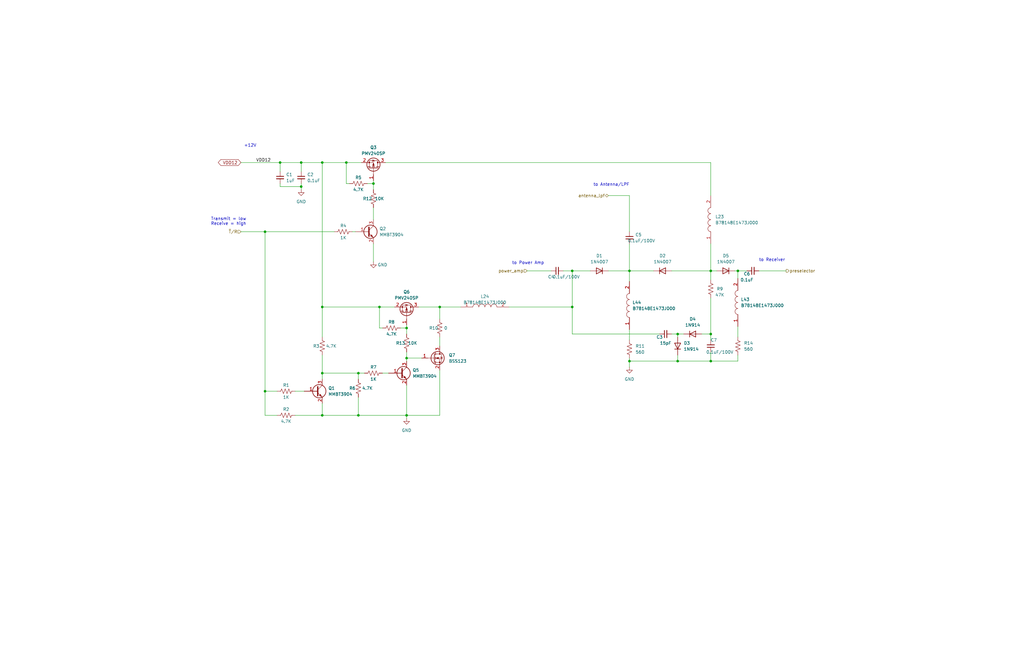
<source format=kicad_sch>
(kicad_sch (version 20230121) (generator eeschema)
  (paper "B")
  (lib_symbols
    (symbol "D_1" (pin_numbers hide) (pin_names (offset 1.016) hide)
      (property "Reference" "D" (at 0 2.54 0))
      (property "Value" "D" (at 0 -2.54 0))
      (symbol "D_1_0_1"
        (polyline (pts (xy -1.27 1.27) (xy -1.27 -1.27)) (stroke (width 0.254)))
        (polyline (pts (xy 1.27 0) (xy -1.27 0)))
        (polyline (pts (xy 1.27 1.27) (xy 1.27 -1.27) (xy -1.27 0) (xy 1.27 1.27)) (stroke (width 0.254)))
      )
      (symbol "D_1_1_1"
        (pin passive line (at -3.81 0 0) (length 2.54) (name "K") (number "1"))
        (pin passive line (at 3.81 0 180) (length 2.54) (name "A") (number "2"))
      )
    )
    (symbol "Device:C_Small" (pin_numbers hide) (pin_names (offset 0.254) hide)
      (property "Reference" "C" (at 0.254 1.778 0))
      (property "Value" "C_Small" (at 0.254 -2.032 0))
      (symbol "C_Small_0_1"
        (polyline (pts (xy -1.524 -0.508) (xy 1.524 -0.508)) (stroke (width 0.3302)))
        (polyline (pts (xy -1.524 0.508) (xy 1.524 0.508)) (stroke (width 0.3048)))
      )
      (symbol "C_Small_1_1"
        (pin passive line (at 0 2.54 270) (length 2.032) (name "~") (number "1"))
        (pin passive line (at 0 -2.54 90) (length 2.032) (name "~") (number "2"))
      )
    )
    (symbol "Device:D" (pin_numbers hide) (pin_names (offset 1.016) hide)
      (property "Reference" "D" (at 0 2.54 0))
      (property "Value" "D" (at 0 -2.54 0))
      (symbol "D_0_1"
        (polyline (pts (xy -1.27 1.27) (xy -1.27 -1.27)) (stroke (width 0.254)))
        (polyline (pts (xy 1.27 0) (xy -1.27 0)))
        (polyline (pts (xy 1.27 1.27) (xy 1.27 -1.27) (xy -1.27 0) (xy 1.27 1.27)) (stroke (width 0.254)))
      )
      (symbol "D_1_1"
        (pin passive line (at -3.81 0 0) (length 2.54) (name "K") (number "1"))
        (pin passive line (at 3.81 0 180) (length 2.54) (name "A") (number "2"))
      )
    )
    (symbol "Device:Q_NMOS_GSD" (pin_names (offset 0) hide)
      (property "Reference" "Q" (at 5.08 1.27 0))
      (property "Value" "Q_NMOS_GSD" (at 5.08 -1.27 0))
      (symbol "Q_NMOS_GSD_0_1"
        (polyline (pts (xy 0.254 0) (xy -2.54 0)))
        (polyline (pts (xy 0.254 1.905) (xy 0.254 -1.905)) (stroke (width 0.254)))
        (polyline (pts (xy 0.762 -1.27) (xy 0.762 -2.286)) (stroke (width 0.254)))
        (polyline (pts (xy 0.762 0.508) (xy 0.762 -0.508)) (stroke (width 0.254)))
        (polyline (pts (xy 0.762 2.286) (xy 0.762 1.27)) (stroke (width 0.254)))
        (polyline (pts (xy 2.54 2.54) (xy 2.54 1.778)))
        (polyline (pts (xy 2.54 -2.54) (xy 2.54 0) (xy 0.762 0)))
        (polyline (pts (xy 0.762 -1.778) (xy 3.302 -1.778) (xy 3.302 1.778) (xy 0.762 1.778)))
        (polyline (pts (xy 1.016 0) (xy 2.032 0.381) (xy 2.032 -0.381) (xy 1.016 0)) (fill (type outline)))
        (polyline (pts (xy 2.794 0.508) (xy 2.921 0.381) (xy 3.683 0.381) (xy 3.81 0.254)))
        (polyline (pts (xy 3.302 0.381) (xy 2.921 -0.254) (xy 3.683 -0.254) (xy 3.302 0.381)))
        (circle (center 1.651 0) (radius 2.794) (stroke (width 0.254)))
        (circle (center 2.54 -1.778) (radius 0.254) (fill (type outline)))
        (circle (center 2.54 1.778) (radius 0.254) (fill (type outline)))
      )
      (symbol "Q_NMOS_GSD_1_1"
        (pin input line (at -5.08 0 0) (length 2.54) (name "G") (number "1"))
        (pin passive line (at 2.54 -5.08 90) (length 2.54) (name "S") (number "2"))
        (pin passive line (at 2.54 5.08 270) (length 2.54) (name "D") (number "3"))
      )
    )
    (symbol "Device:Q_NPN_BEC" (pin_names (offset 0) hide)
      (property "Reference" "Q" (at 5.08 1.27 0))
      (property "Value" "Q_NPN_BEC" (at 5.08 -1.27 0))
      (symbol "Q_NPN_BEC_0_1"
        (polyline (pts (xy 0.635 0.635) (xy 2.54 2.54)))
        (polyline (pts (xy 0.635 -0.635) (xy 2.54 -2.54) (xy 2.54 -2.54)))
        (polyline (pts (xy 0.635 1.905) (xy 0.635 -1.905) (xy 0.635 -1.905)) (stroke (width 0.508)))
        (polyline (pts (xy 1.27 -1.778) (xy 1.778 -1.27) (xy 2.286 -2.286) (xy 1.27 -1.778) (xy 1.27 -1.778)) (fill (type outline)))
        (circle (center 1.27 0) (radius 2.8194) (stroke (width 0.254)))
      )
      (symbol "Q_NPN_BEC_1_1"
        (pin input line (at -5.08 0 0) (length 5.715) (name "B") (number "1"))
        (pin passive line (at 2.54 -5.08 90) (length 2.54) (name "E") (number "2"))
        (pin passive line (at 2.54 5.08 270) (length 2.54) (name "C") (number "3"))
      )
    )
    (symbol "Device:Q_PMOS_GSD" (pin_names (offset 0) hide)
      (property "Reference" "Q" (at 5.08 1.27 0))
      (property "Value" "Q_PMOS_GSD" (at 5.08 -1.27 0))
      (symbol "Q_PMOS_GSD_0_1"
        (polyline (pts (xy 0.254 0) (xy -2.54 0)))
        (polyline (pts (xy 0.254 1.905) (xy 0.254 -1.905)) (stroke (width 0.254)))
        (polyline (pts (xy 0.762 -1.27) (xy 0.762 -2.286)) (stroke (width 0.254)))
        (polyline (pts (xy 0.762 0.508) (xy 0.762 -0.508)) (stroke (width 0.254)))
        (polyline (pts (xy 0.762 2.286) (xy 0.762 1.27)) (stroke (width 0.254)))
        (polyline (pts (xy 2.54 2.54) (xy 2.54 1.778)))
        (polyline (pts (xy 2.54 -2.54) (xy 2.54 0) (xy 0.762 0)))
        (polyline (pts (xy 0.762 1.778) (xy 3.302 1.778) (xy 3.302 -1.778) (xy 0.762 -1.778)))
        (polyline (pts (xy 2.286 0) (xy 1.27 0.381) (xy 1.27 -0.381) (xy 2.286 0)) (fill (type outline)))
        (polyline (pts (xy 2.794 -0.508) (xy 2.921 -0.381) (xy 3.683 -0.381) (xy 3.81 -0.254)))
        (polyline (pts (xy 3.302 -0.381) (xy 2.921 0.254) (xy 3.683 0.254) (xy 3.302 -0.381)))
        (circle (center 1.651 0) (radius 2.794) (stroke (width 0.254)))
        (circle (center 2.54 -1.778) (radius 0.254) (fill (type outline)))
        (circle (center 2.54 1.778) (radius 0.254) (fill (type outline)))
      )
      (symbol "Q_PMOS_GSD_1_1"
        (pin input line (at -5.08 0 0) (length 2.54) (name "G") (number "1"))
        (pin passive line (at 2.54 -5.08 90) (length 2.54) (name "S") (number "2"))
        (pin passive line (at 2.54 5.08 270) (length 2.54) (name "D") (number "3"))
      )
    )
    (symbol "Device:R_US" (pin_numbers hide) (pin_names (offset 0))
      (property "Reference" "R" (at 2.54 0 90))
      (property "Value" "R_US" (at -2.54 0 90))
      (symbol "R_US_0_1"
        (polyline (pts (xy 0 -2.286) (xy 0 -2.54)))
        (polyline (pts (xy 0 2.286) (xy 0 2.54)))
        (polyline (pts (xy 0 -0.762) (xy 1.016 -1.143) (xy 0 -1.524) (xy -1.016 -1.905) (xy 0 -2.286)))
        (polyline (pts (xy 0 0.762) (xy 1.016 0.381) (xy 0 0) (xy -1.016 -0.381) (xy 0 -0.762)))
        (polyline (pts (xy 0 2.286) (xy 1.016 1.905) (xy 0 1.524) (xy -1.016 1.143) (xy 0 0.762)))
      )
      (symbol "R_US_1_1"
        (pin passive line (at 0 3.81 270) (length 1.27) (name "~") (number "1"))
        (pin passive line (at 0 -3.81 90) (length 1.27) (name "~") (number "2"))
      )
    )
    (symbol "SamacSys_Parts:B78148E1473J000" (pin_names (offset 0.762))
      (property "Reference" "L" (at 16.51 6.35 0))
      (property "Value" "B78148E1473J000" (at 16.51 3.81 0))
      (symbol "B78148E1473J000_0_0"
        (pin passive line (at 0 0 0) (length 5.08) (name "~") (number "1"))
        (pin passive line (at 20.32 0 180) (length 5.08) (name "~") (number "2"))
      )
      (symbol "B78148E1473J000_0_1"
        (arc (start 7.62 0) (mid 6.35 1.2202) (end 5.08 0) (stroke (width 0.1524)))
        (arc (start 10.16 0) (mid 8.89 1.2202) (end 7.62 0) (stroke (width 0.1524)))
        (arc (start 12.7 0) (mid 11.43 1.2202) (end 10.16 0) (stroke (width 0.1524)))
        (arc (start 15.24 0) (mid 13.97 1.2202) (end 12.7 0) (stroke (width 0.1524)))
      )
    )
    (symbol "power:GND" (power) (pin_names (offset 0))
      (property "Value" "GND" (at 0 -3.81 0))
      (symbol "GND_0_1"
        (polyline (pts (xy 0 0) (xy 0 -1.27) (xy 1.27 -1.27) (xy 0 -2.54) (xy -1.27 -1.27) (xy 0 -1.27)))
      )
      (symbol "GND_1_1"
        (pin power_in line (at 0 0 270) (length 0) hide (name "GND") (number "1"))
      )
    )
  )
  (junction (at 151.13 157.48))
  (junction (at 185.42 129.54))
  (junction (at 118.11 68.58))
  (junction (at 171.45 151.13))
  (junction (at 299.72 114.3))
  (junction (at 285.75 152.4))
  (junction (at 151.13 175.26))
  (junction (at 265.43 152.4))
  (junction (at 127 68.58))
  (junction (at 157.48 77.47))
  (junction (at 299.72 140.97))
  (junction (at 160.02 129.54))
  (junction (at 241.3 129.54))
  (junction (at 311.15 114.3))
  (junction (at 135.89 175.26))
  (junction (at 241.3 114.3))
  (junction (at 127 78.74))
  (junction (at 135.89 157.48))
  (junction (at 135.89 68.58))
  (junction (at 111.76 165.1))
  (junction (at 171.45 138.43))
  (junction (at 111.76 97.79))
  (junction (at 285.75 140.97))
  (junction (at 299.72 152.4))
  (junction (at 265.43 114.3))
  (junction (at 135.89 129.54))
  (junction (at 146.05 68.58))
  (junction (at 171.45 175.26))
  (wire (pts (xy 162.56 68.58) (xy 299.72 68.58)))
  (wire (pts (xy 299.72 148.59) (xy 299.72 152.4)))
  (wire (pts (xy 171.45 138.43) (xy 171.45 140.97)))
  (wire (pts (xy 185.42 129.54) (xy 194.31 129.54)))
  (wire (pts (xy 160.02 129.54) (xy 160.02 138.43)))
  (wire (pts (xy 148.59 97.79) (xy 149.86 97.79)))
  (wire (pts (xy 111.76 97.79) (xy 140.97 97.79)))
  (wire (pts (xy 127 68.58) (xy 135.89 68.58)))
  (wire (pts (xy 278.13 140.97) (xy 241.3 140.97)))
  (wire (pts (xy 285.75 140.97) (xy 288.29 140.97)))
  (wire (pts (xy 283.21 140.97) (xy 285.75 140.97)))
  (wire (pts (xy 185.42 129.54) (xy 185.42 134.62)))
  (wire (pts (xy 124.46 175.26) (xy 135.89 175.26)))
  (wire (pts (xy 237.49 114.3) (xy 241.3 114.3)))
  (wire (pts (xy 299.72 114.3) (xy 302.26 114.3)))
  (wire (pts (xy 256.54 82.55) (xy 265.43 82.55)))
  (wire (pts (xy 222.25 114.3) (xy 232.41 114.3)))
  (wire (pts (xy 311.15 149.86) (xy 311.15 152.4)))
  (wire (pts (xy 152.4 68.58) (xy 146.05 68.58)))
  (wire (pts (xy 299.72 140.97) (xy 299.72 143.51)))
  (wire (pts (xy 154.94 77.47) (xy 157.48 77.47)))
  (wire (pts (xy 116.84 165.1) (xy 111.76 165.1)))
  (wire (pts (xy 176.53 129.54) (xy 185.42 129.54)))
  (wire (pts (xy 118.11 78.74) (xy 127 78.74)))
  (wire (pts (xy 127 77.47) (xy 127 78.74)))
  (wire (pts (xy 111.76 175.26) (xy 111.76 165.1)))
  (wire (pts (xy 285.75 152.4) (xy 265.43 152.4)))
  (wire (pts (xy 265.43 139.065) (xy 265.43 143.51)))
  (wire (pts (xy 265.43 151.13) (xy 265.43 152.4)))
  (wire (pts (xy 299.72 68.58) (xy 299.72 82.55)))
  (wire (pts (xy 241.3 140.97) (xy 241.3 129.54)))
  (wire (pts (xy 299.72 102.87) (xy 299.72 114.3)))
  (wire (pts (xy 160.02 138.43) (xy 161.29 138.43)))
  (wire (pts (xy 157.48 76.2) (xy 157.48 77.47)))
  (wire (pts (xy 135.89 170.18) (xy 135.89 175.26)))
  (wire (pts (xy 299.72 125.73) (xy 299.72 140.97)))
  (wire (pts (xy 127 68.58) (xy 127 72.39)))
  (wire (pts (xy 161.29 157.48) (xy 163.83 157.48)))
  (wire (pts (xy 309.88 114.3) (xy 311.15 114.3)))
  (wire (pts (xy 118.11 68.58) (xy 118.11 72.39)))
  (wire (pts (xy 135.89 129.54) (xy 160.02 129.54)))
  (wire (pts (xy 135.89 129.54) (xy 135.89 142.24)))
  (wire (pts (xy 168.91 138.43) (xy 171.45 138.43)))
  (wire (pts (xy 101.6 68.58) (xy 118.11 68.58)))
  (wire (pts (xy 265.43 152.4) (xy 265.43 154.94)))
  (wire (pts (xy 214.63 129.54) (xy 241.3 129.54)))
  (wire (pts (xy 299.72 114.3) (xy 299.72 118.11)))
  (wire (pts (xy 171.45 137.16) (xy 171.45 138.43)))
  (wire (pts (xy 146.05 68.58) (xy 146.05 77.47)))
  (wire (pts (xy 283.21 114.3) (xy 299.72 114.3)))
  (wire (pts (xy 166.37 129.54) (xy 160.02 129.54)))
  (wire (pts (xy 118.11 68.58) (xy 127 68.58)))
  (wire (pts (xy 127 78.74) (xy 127 80.01)))
  (wire (pts (xy 171.45 162.56) (xy 171.45 175.26)))
  (wire (pts (xy 157.48 77.47) (xy 157.48 80.01)))
  (wire (pts (xy 135.89 129.54) (xy 135.89 68.58)))
  (wire (pts (xy 171.45 151.13) (xy 177.8 151.13)))
  (wire (pts (xy 265.43 114.3) (xy 265.43 118.745)))
  (wire (pts (xy 311.15 137.795) (xy 311.15 142.24)))
  (wire (pts (xy 311.15 152.4) (xy 299.72 152.4)))
  (wire (pts (xy 135.89 157.48) (xy 151.13 157.48)))
  (wire (pts (xy 299.72 152.4) (xy 285.75 152.4)))
  (wire (pts (xy 116.84 175.26) (xy 111.76 175.26)))
  (wire (pts (xy 171.45 151.13) (xy 171.45 152.4)))
  (wire (pts (xy 157.48 102.87) (xy 157.48 110.49)))
  (wire (pts (xy 118.11 77.47) (xy 118.11 78.74)))
  (wire (pts (xy 135.89 175.26) (xy 151.13 175.26)))
  (wire (pts (xy 157.48 87.63) (xy 157.48 92.71)))
  (wire (pts (xy 241.3 114.3) (xy 241.3 129.54)))
  (wire (pts (xy 285.75 140.97) (xy 285.75 142.24)))
  (wire (pts (xy 151.13 157.48) (xy 153.67 157.48)))
  (wire (pts (xy 124.46 165.1) (xy 128.27 165.1)))
  (wire (pts (xy 101.6 97.79) (xy 111.76 97.79)))
  (wire (pts (xy 135.89 68.58) (xy 146.05 68.58)))
  (wire (pts (xy 265.43 82.55) (xy 265.43 97.79)))
  (wire (pts (xy 320.04 114.3) (xy 331.47 114.3)))
  (wire (pts (xy 171.45 175.26) (xy 171.45 176.53)))
  (wire (pts (xy 265.43 102.87) (xy 265.43 114.3)))
  (wire (pts (xy 151.13 160.02) (xy 151.13 157.48)))
  (wire (pts (xy 241.3 114.3) (xy 248.92 114.3)))
  (wire (pts (xy 185.42 156.21) (xy 185.42 175.26)))
  (wire (pts (xy 256.54 114.3) (xy 265.43 114.3)))
  (wire (pts (xy 135.89 149.86) (xy 135.89 157.48)))
  (wire (pts (xy 311.15 114.3) (xy 314.96 114.3)))
  (wire (pts (xy 295.91 140.97) (xy 299.72 140.97)))
  (wire (pts (xy 171.45 148.59) (xy 171.45 151.13)))
  (wire (pts (xy 185.42 142.24) (xy 185.42 146.05)))
  (wire (pts (xy 285.75 149.86) (xy 285.75 152.4)))
  (wire (pts (xy 311.15 114.3) (xy 311.15 117.475)))
  (wire (pts (xy 111.76 165.1) (xy 111.76 97.79)))
  (wire (pts (xy 185.42 175.26) (xy 171.45 175.26)))
  (wire (pts (xy 151.13 175.26) (xy 171.45 175.26)))
  (wire (pts (xy 265.43 114.3) (xy 275.59 114.3)))
  (wire (pts (xy 151.13 167.64) (xy 151.13 175.26)))
  (wire (pts (xy 146.05 77.47) (xy 147.32 77.47)))
  (wire (pts (xy 135.89 157.48) (xy 135.89 160.02)))
  (text "+12V" (at 102.87 62.23 0) (effects (font (size 1.27 1.27)) (justify left bottom)))
  (text "Transmit = low\nReceive = high" (at 88.9 95.25 0) (effects (font (size 1.27 1.27)) (justify left bottom)))
  (text "to Receiver" (at 320.04 110.49 0) (effects (font (size 1.27 1.27)) (justify left bottom)))
  (text "to Power Amp" (at 215.9 111.76 0) (effects (font (size 1.27 1.27)) (justify left bottom)))
  (text "to Antenna/LPF" (at 250.19 78.74 0) (effects (font (size 1.27 1.27)) (justify left bottom)))
  (label "VDD12" (at 107.95 68.58 0))
  (global_label "VDD12" (shape bidirectional) (at 101.6 68.58 180) (property "Intersheetrefs" "${INTERSHEET_REFS}" (at 91.4559 68.58 0) (effects (justify right))))
  (hierarchical_label "~{T}{slash}R" (shape input) (at 101.6 97.79 180))
  (hierarchical_label "preselector" (shape output) (at 331.47 114.3 0))
  (hierarchical_label "power_amp" (shape input) (at 222.25 114.3 180))
  (hierarchical_label "antenna_lpf" (shape bidirectional) (at 256.54 82.55 180))
  (symbol (lib_id "Device:R_US") (at 151.13 77.47 90) (unit 1)
    (property "Reference" "R5" (at 151.13 74.93 90))
    (property "Value" "4.7K" (at 151.13 80.01 90))
    (property "Footprint" "Resistor_SMD:R_0603_1608Metric_Pad0.98x0.95mm_HandSolder" (effects hide))
  )
  (symbol (lib_id "SamacSys_Parts:B78148E1473J000") (at 311.15 137.795 90) (unit 1)
    (property "Reference" "L43" (at 312.42 126.365 90) (effects (justify right)))
    (property "Value" "B78148E1473J000" (at 312.42 128.905 90) (effects (justify right)))
    (property "Footprint" "B78148E" (effects hide))
    (property "Datasheet" "https://product.tdk.com/system/files/dam/doc/product/inductor/inductor/lead/data_sheet/30/ds/b78108_148e.pdf" (effects hide))
    (property "Description" "Leaded Inductors (Leaded Coils), L=47uH  Rated Current=0.95A, Radial DxL:4mmx9.5mm" (effects hide))
    (property "Mouser Part Number" "871-B78148E1473J000" (effects hide))
    (property "Mouser Price/Stock" "https://www.mouser.co.uk/ProductDetail/EPCOS-TDK/B78148E1473J000?qs=eVuN9SfsQ7TbgaB2%2F8UGtw%3D%3D" (effects hide))
    (property "Manufacturer_Name" "TDK" (effects hide))
    (property "Manufacturer_Part_Number" "B78148E1473J000" (effects hide))
  )
  (symbol (lib_id "Device:Q_NPN_BEC") (at 168.91 157.48 0) (unit 1)
    (property "Reference" "Q5" (at 173.99 156.2099 0) (effects (justify left)))
    (property "Value" "MMBT3904" (at 173.99 158.7499 0) (effects (justify left)))
    (property "Footprint" "Package_TO_SOT_SMD:SOT-23" (effects hide))
    (instances (project "" (path "" (reference "Q5") (unit 1))) (project "fieldRadio_1.1" (path "" (reference "Q4") (unit 1))))
  )
  (symbol (lib_id "Device:D") (at 279.4 114.3 0) (unit 1)
    (property "Reference" "D2" (at 279.4 107.95 0))
    (property "Value" "1N4007" (at 279.4 110.49 0))
    (property "Footprint" "Diode_THT:D_DO-41_SOD81_P10.16mm_Horizontal" (effects hide))
    (property "Sim.Device" "D" (effects hide))
    (property "Sim.Pins" "1=K 2=A" (effects hide))
  )
  (symbol (lib_id "Device:Q_NMOS_GSD") (at 182.88 151.13 0) (unit 1)
    (property "Reference" "Q7" (at 189.23 149.86 0) (effects (justify left)))
    (property "Value" "BSS123" (at 189.23 152.4 0) (effects (justify left)))
    (property "Footprint" "Package_TO_SOT_SMD:SOT-23" (effects hide))
    (instances (project "" (path "" (reference "Q7") (unit 1))) (project "fieldRadio_1.1" (path "" (reference "Q6") (unit 1))))
  )
  (symbol (lib_id "Device:R_US") (at 120.65 175.26 270) (unit 1)
    (property "Reference" "R2" (at 120.65 172.72 90))
    (property "Value" "4.7K" (at 120.65 177.8 90))
    (property "Footprint" "Resistor_SMD:R_0603_1608Metric_Pad0.98x0.95mm_HandSolder" (effects hide))
  )
  (symbol (lib_id "Device:R_US") (at 265.43 147.32 0) (unit 1)
    (property "Reference" "R11" (at 267.97 146.05 0) (effects (justify left)))
    (property "Value" "560" (at 267.97 148.59 0) (effects (justify left)))
    (property "Footprint" "Resistor_THT:R_Axial_DIN0207_L6.3mm_D2.5mm_P10.16mm_Horizontal" (effects hide))
    (instances (project "" (path "" (reference "R11") (unit 1))) (project "fieldRadio_1.1" (path "" (reference "R12") (unit 1))))
  )
  (symbol (lib_id "Device:C_Small") (at 234.95 114.3 90) (unit 1)
    (property "Reference" "C4" (at 232.41 116.84 90))
    (property "Value" "0.1uF/100V" (at 238.76 116.84 90))
    (property "Footprint" "Capacitor_THT:C_Disc_D5.0mm_W2.5mm_P5.00mm" (effects hide))
    (instances (project "" (path "" (reference "C4") (unit 1))) (project "fieldRadio_1.1" (path "" (reference "C5") (unit 1))))
  )
  (symbol (lib_id "Device:C_Small") (at 265.43 100.33 180) (unit 1)
    (property "Reference" "C5" (at 269.24 99.06 0))
    (property "Value" "0.1uF/100V" (at 270.51 101.6 0))
    (property "Footprint" "Capacitor_THT:C_Disc_D5.0mm_W2.5mm_P5.00mm" (effects hide))
    (instances (project "" (path "" (reference "C5") (unit 1))) (project "fieldRadio_1.1" (path "" (reference "C6") (unit 1))))
  )
  (symbol (lib_name "D_1") (lib_id "Device:D") (at 252.73 114.3 180) (unit 1)
    (property "Reference" "D1" (at 252.73 107.95 0))
    (property "Value" "1N4007" (at 252.73 110.49 0))
    (property "Footprint" "Diode_THT:D_DO-41_SOD81_P10.16mm_Horizontal" (effects hide))
    (property "Sim.Device" "D" (effects hide))
    (property "Sim.Pins" "1=K 2=A" (effects hide))
  )
  (symbol (lib_id "Device:R_US") (at 135.89 146.05 180) (unit 1)
    (property "Reference" "R3" (at 133.35 146.05 0))
    (property "Value" "4.7K" (at 139.7 146.05 0))
    (property "Footprint" "Resistor_SMD:R_0603_1608Metric_Pad0.98x0.95mm_HandSolder" (effects hide))
  )
  (symbol (lib_id "SamacSys_Parts:B78148E1473J000") (at 265.43 139.065 90) (unit 1)
    (property "Reference" "L44" (at 266.7 127.635 90) (effects (justify right)))
    (property "Value" "B78148E1473J000" (at 266.7 130.175 90) (effects (justify right)))
    (property "Footprint" "B78148E" (effects hide))
    (property "Datasheet" "https://product.tdk.com/system/files/dam/doc/product/inductor/inductor/lead/data_sheet/30/ds/b78108_148e.pdf" (effects hide))
    (property "Description" "Leaded Inductors (Leaded Coils), L=47uH  Rated Current=0.95A, Radial DxL:4mmx9.5mm" (effects hide))
    (property "Mouser Part Number" "871-B78148E1473J000" (effects hide))
    (property "Mouser Price/Stock" "https://www.mouser.co.uk/ProductDetail/EPCOS-TDK/B78148E1473J000?qs=eVuN9SfsQ7TbgaB2%2F8UGtw%3D%3D" (effects hide))
    (property "Manufacturer_Name" "TDK" (effects hide))
    (property "Manufacturer_Part_Number" "B78148E1473J000" (effects hide))
  )
  (symbol (lib_id "Device:Q_NPN_BEC") (at 133.35 165.1 0) (unit 1)
    (property "Reference" "Q1" (at 138.43 163.8299 0) (effects (justify left)))
    (property "Value" "MMBT3904" (at 138.43 166.3699 0) (effects (justify left)))
    (property "Footprint" "Package_TO_SOT_SMD:SOT-23" (effects hide))
  )
  (symbol (lib_id "power:GND") (at 127 80.01 0) (unit 1)
    (property "Reference" "#PWR02" (effects hide))
    (property "Value" "GND" (at 127 85.09 0))
    (instances (project "" (path "" (reference "#PWR02") (unit 1))) (project "fieldRadio_1.1" (path "" (reference "#PWR09") (unit 1))))
  )
  (symbol (lib_id "Device:R_US") (at 151.13 163.83 180) (unit 1)
    (property "Reference" "R6" (at 148.59 163.83 0))
    (property "Value" "4.7K" (at 154.94 163.83 0))
    (property "Footprint" "Resistor_SMD:R_0603_1608Metric_Pad0.98x0.95mm_HandSolder" (effects hide))
  )
  (symbol (lib_id "Device:R_US") (at 120.65 165.1 90) (unit 1)
    (property "Reference" "R1" (at 120.65 162.56 90))
    (property "Value" "1K" (at 120.65 167.64 90))
    (property "Footprint" "Resistor_SMD:R_0603_1608Metric_Pad0.98x0.95mm_HandSolder" (effects hide))
  )
  (symbol (lib_id "Device:Q_PMOS_GSD") (at 157.48 71.12 270) (mirror x) (unit 1)
    (property "Reference" "Q3" (at 157.48 62.23 90))
    (property "Value" "PMV240SP" (at 157.48 64.77 90))
    (property "Footprint" "Package_TO_SOT_SMD:SOT-23" (effects hide))
  )
  (symbol (lib_id "Device:C_Small") (at 299.72 146.05 180) (unit 1)
    (property "Reference" "C7" (at 300.99 143.51 0))
    (property "Value" "0.1uF/100V" (at 303.53 148.59 0))
    (property "Footprint" "Capacitor_THT:C_Disc_D5.0mm_W2.5mm_P5.00mm" (effects hide))
    (instances (project "" (path "" (reference "C7") (unit 1))) (project "fieldRadio_1.1" (path "" (reference "C8") (unit 1))))
  )
  (symbol (lib_id "power:GND") (at 171.45 176.53 0) (unit 1)
    (property "Reference" "#PWR04" (effects hide))
    (property "Value" "GND" (at 171.45 181.61 0))
    (instances (project "" (path "" (reference "#PWR04") (unit 1))) (project "fieldRadio_1.1" (path "" (reference "#PWR011") (unit 1))))
  )
  (symbol (lib_id "Device:R_US") (at 157.48 83.82 180) (unit 1)
    (property "Reference" "R12" (at 154.94 83.82 0))
    (property "Value" "10K" (at 160.02 83.82 0))
    (property "Footprint" "Resistor_SMD:R_0603_1608Metric_Pad0.98x0.95mm_HandSolder" (effects hide))
    (instances (project "" (path "" (reference "R12") (unit 1))) (project "fieldRadio_1.1" (path "" (reference "R7") (unit 1))))
  )
  (symbol (lib_id "Device:C_Small") (at 127 74.93 0) (unit 1)
    (property "Reference" "C2" (at 129.54 73.6662 0) (effects (justify left)))
    (property "Value" "0.1uF" (at 129.54 76.2062 0) (effects (justify left)))
    (property "Footprint" "Capacitor_SMD:C_0603_1608Metric_Pad1.08x0.95mm_HandSolder" (effects hide))
    (instances (project "" (path "" (reference "C2") (unit 1))) (project "fieldRadio_1.1" (path "" (reference "C4") (unit 1))))
  )
  (symbol (lib_id "Device:D") (at 285.75 146.05 90) (unit 1)
    (property "Reference" "D3" (at 288.29 144.7799 90) (effects (justify right)))
    (property "Value" "1N914" (at 288.29 147.3199 90) (effects (justify right)))
    (property "Footprint" "Diode_THT:D_DO-35_SOD27_P7.62mm_Horizontal" (effects hide))
    (property "Sim.Device" "D" (effects hide))
    (property "Sim.Pins" "1=K 2=A" (effects hide))
  )
  (symbol (lib_id "Device:R_US") (at 157.48 157.48 90) (unit 1)
    (property "Reference" "R7" (at 157.48 154.94 90))
    (property "Value" "1K" (at 157.48 160.02 90))
    (property "Footprint" "Resistor_SMD:R_0603_1608Metric_Pad0.98x0.95mm_HandSolder" (effects hide))
    (instances (project "" (path "" (reference "R7") (unit 1))) (project "fieldRadio_1.1" (path "" (reference "R8") (unit 1))))
  )
  (symbol (lib_id "Device:R_US") (at 185.42 138.43 180) (unit 1)
    (property "Reference" "R10" (at 182.88 138.43 0))
    (property "Value" "0" (at 187.96 138.43 0))
    (property "Footprint" "Resistor_SMD:R_0603_1608Metric_Pad0.98x0.95mm_HandSolder" (effects hide))
    (instances (project "" (path "" (reference "R10") (unit 1))) (project "fieldRadio_1.1" (path "" (reference "R11") (unit 1))))
  )
  (symbol (lib_id "Device:R_US") (at 311.15 146.05 0) (unit 1)
    (property "Reference" "R14" (at 313.69 144.78 0) (effects (justify left)))
    (property "Value" "560" (at 313.69 147.32 0) (effects (justify left)))
    (property "Footprint" "Resistor_THT:R_Axial_DIN0207_L6.3mm_D2.5mm_P10.16mm_Horizontal" (effects hide))
  )
  (symbol (lib_id "SamacSys_Parts:B78148E1473J000") (at 299.72 102.87 90) (unit 1)
    (property "Reference" "L23" (at 301.625 91.44 90) (effects (justify right)))
    (property "Value" "B78148E1473J000" (at 301.625 93.98 90) (effects (justify right)))
    (property "Footprint" "B78148E" (effects hide))
    (property "Datasheet" "https://product.tdk.com/system/files/dam/doc/product/inductor/inductor/lead/data_sheet/30/ds/b78108_148e.pdf" (effects hide))
    (property "Description" "Leaded Inductors (Leaded Coils), L=47uH  Rated Current=0.95A, Radial DxL:4mmx9.5mm" (effects hide))
    (property "Mouser Part Number" "871-B78148E1473J000" (effects hide))
    (property "Mouser Price/Stock" "https://www.mouser.co.uk/ProductDetail/EPCOS-TDK/B78148E1473J000?qs=eVuN9SfsQ7TbgaB2%2F8UGtw%3D%3D" (effects hide))
    (property "Manufacturer_Name" "TDK" (effects hide))
    (property "Manufacturer_Part_Number" "B78148E1473J000" (effects hide))
  )
  (symbol (lib_id "Device:Q_NPN_BEC") (at 154.94 97.79 0) (unit 1)
    (property "Reference" "Q2" (at 160.02 96.5199 0) (effects (justify left)))
    (property "Value" "MMBT3904" (at 160.02 99.0599 0) (effects (justify left)))
    (property "Footprint" "Package_TO_SOT_SMD:SOT-23" (effects hide))
  )
  (symbol (lib_id "Device:Q_PMOS_GSD") (at 171.45 132.08 270) (mirror x) (unit 1)
    (property "Reference" "Q6" (at 171.45 123.19 90))
    (property "Value" "PMV240SP" (at 171.45 125.73 90))
    (property "Footprint" "Package_TO_SOT_SMD:SOT-23" (effects hide))
    (instances (project "" (path "" (reference "Q6") (unit 1))) (project "fieldRadio_1.1" (path "" (reference "Q5") (unit 1))))
  )
  (symbol (lib_id "power:GND") (at 265.43 154.94 0) (unit 1)
    (property "Reference" "#PWR07" (effects hide))
    (property "Value" "GND" (at 265.43 160.02 0))
    (instances (project "" (path "" (reference "#PWR07") (unit 1))) (project "fieldRadio_1.1" (path "" (reference "#PWR012") (unit 1))))
  )
  (symbol (lib_id "power:GND") (at 157.48 110.49 0) (unit 1)
    (property "Reference" "#PWR03" (effects hide))
    (property "Value" "GND" (at 161.29 111.76 0))
    (instances (project "" (path "" (reference "#PWR03") (unit 1))) (project "fieldRadio_1.1" (path "" (reference "#PWR010") (unit 1))))
  )
  (symbol (lib_id "Device:D") (at 306.07 114.3 0) (mirror y) (unit 1)
    (property "Reference" "D5" (at 306.07 107.95 0))
    (property "Value" "1N4007" (at 306.07 110.49 0))
    (property "Footprint" "Diode_THT:D_DO-41_SOD81_P10.16mm_Horizontal" (effects hide))
    (property "Sim.Device" "D" (effects hide))
    (property "Sim.Pins" "1=K 2=A" (effects hide))
  )
  (symbol (lib_id "Device:R_US") (at 165.1 138.43 90) (unit 1)
    (property "Reference" "R8" (at 165.1 135.89 90))
    (property "Value" "4.7K" (at 165.1 140.97 90))
    (property "Footprint" "Resistor_SMD:R_0603_1608Metric_Pad0.98x0.95mm_HandSolder" (effects hide))
    (instances (project "" (path "" (reference "R8") (unit 1))) (project "fieldRadio_1.1" (path "" (reference "R9") (unit 1))))
  )
  (symbol (lib_id "Device:C_Small") (at 118.11 74.93 0) (unit 1)
    (property "Reference" "C1" (at 120.65 73.6662 0) (effects (justify left)))
    (property "Value" "1uF" (at 120.65 76.2062 0) (effects (justify left)))
    (property "Footprint" "Capacitor_SMD:C_0603_1608Metric_Pad1.08x0.95mm_HandSolder" (effects hide))
    (instances (project "" (path "" (reference "C1") (unit 1))) (project "fieldRadio_1.1" (path "" (reference "C3") (unit 1))))
  )
  (symbol (lib_id "Device:C_Small") (at 317.5 114.3 90) (unit 1)
    (property "Reference" "C6" (at 314.96 115.57 90))
    (property "Value" "0.1uF" (at 314.96 118.11 90))
    (property "Footprint" "Capacitor_THT:C_Disc_D5.0mm_W2.5mm_P5.00mm" (effects hide))
    (instances (project "" (path "" (reference "C6") (unit 1))) (project "fieldRadio_1.1" (path "" (reference "C9") (unit 1))))
  )
  (symbol (lib_id "Device:D") (at 292.1 140.97 0) (unit 1)
    (property "Reference" "D4" (at 292.1 134.62 0))
    (property "Value" "1N914" (at 292.1 137.16 0))
    (property "Footprint" "Diode_THT:D_DO-35_SOD27_P7.62mm_Horizontal" (effects hide))
    (property "Sim.Device" "D" (effects hide))
    (property "Sim.Pins" "1=K 2=A" (effects hide))
  )
  (symbol (lib_id "SamacSys_Parts:B78148E1473J000") (at 194.31 129.54 0) (unit 1)
    (property "Reference" "L24" (at 204.47 125.095 0))
    (property "Value" "B78148E1473J000" (at 204.47 127.635 0))
    (property "Footprint" "B78148E" (effects hide))
    (property "Datasheet" "https://product.tdk.com/system/files/dam/doc/product/inductor/inductor/lead/data_sheet/30/ds/b78108_148e.pdf" (effects hide))
    (property "Description" "Leaded Inductors (Leaded Coils), L=47uH  Rated Current=0.95A, Radial DxL:4mmx9.5mm" (effects hide))
    (property "Mouser Part Number" "871-B78148E1473J000" (effects hide))
    (property "Mouser Price/Stock" "https://www.mouser.co.uk/ProductDetail/EPCOS-TDK/B78148E1473J000?qs=eVuN9SfsQ7TbgaB2%2F8UGtw%3D%3D" (effects hide))
    (property "Manufacturer_Name" "TDK" (effects hide))
    (property "Manufacturer_Part_Number" "B78148E1473J000" (effects hide))
  )
  (symbol (lib_id "Device:C_Small") (at 280.67 140.97 90) (unit 1)
    (property "Reference" "C3" (at 278.13 142.24 90))
    (property "Value" "15pF" (at 280.67 144.78 90))
    (property "Footprint" "Capacitor_THT:C_Disc_D5.0mm_W2.5mm_P5.00mm" (effects hide))
    (instances (project "" (path "" (reference "C3") (unit 1))) (project "fieldRadio_1.1" (path "" (reference "C7") (unit 1))))
  )
  (symbol (lib_id "Device:R_US") (at 171.45 144.78 180) (unit 1)
    (property "Reference" "R13" (at 168.91 144.78 0))
    (property "Value" "10K" (at 173.99 144.78 0))
    (property "Footprint" "Resistor_SMD:R_0603_1608Metric_Pad0.98x0.95mm_HandSolder" (effects hide))
    (instances (project "" (path "" (reference "R13") (unit 1))) (project "fieldRadio_1.1" (path "" (reference "R10") (unit 1))))
  )
  (symbol (lib_id "Device:R_US") (at 299.72 121.92 180) (unit 1)
    (property "Reference" "R9" (at 303.53 121.92 0))
    (property "Value" "47K" (at 303.53 124.46 0))
    (property "Footprint" "Resistor_SMD:R_0603_1608Metric_Pad0.98x0.95mm_HandSolder" (effects hide))
    (instances (project "" (path "" (reference "R9") (unit 1))) (project "fieldRadio_1.1" (path "" (reference "R13") (unit 1))))
  )
  (symbol (lib_id "Device:R_US") (at 144.78 97.79 90) (unit 1)
    (property "Reference" "R4" (at 144.78 95.25 90))
    (property "Value" "1K" (at 144.78 100.33 90))
    (property "Footprint" "Resistor_SMD:R_0603_1608Metric_Pad0.98x0.95mm_HandSolder" (effects hide))
  )
)
</source>
